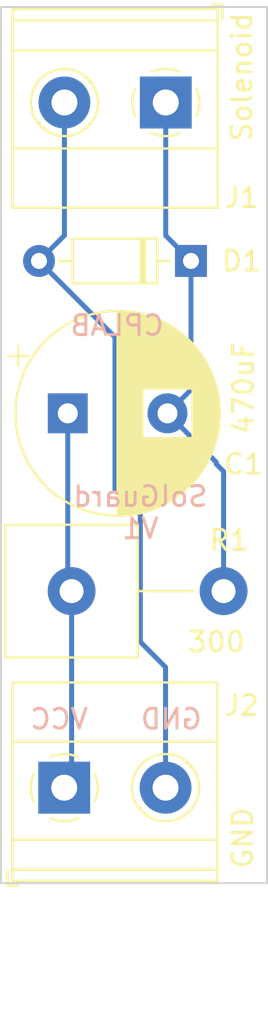
<source format=kicad_pcb>
(kicad_pcb (version 20221018) (generator pcbnew)
  (layers (0 "F.Cu" signal) (31 "B.Cu" signal) (34 "B.Paste" user) (35 "F.Paste" user) (36 "B.SilkS" user "B.Silkscreen") (37 "F.SilkS" user "F.Silkscreen") (38 "B.Mask" user) (39 "F.Mask" user) (44 "Edge.Cuts" user))
  (net 0 "")
  (net 1 "Net-(D1-K)")
  (net 2 "GND")
  (net 3 "VDC")
  (footprint "TerminalBlock_Phoenix:TerminalBlock_Phoenix_MKDS-1,5-2-5.08_1x02_P5.08mm_Horizontal" (layer "F.Cu") (at 129.535 89.84)
    (fp_text reference "J2" (at 8.895 -4.115) (layer "F.SilkS"))
    (fp_text value "Power" hide)
    (fp_line (start -2.84 4.16) (end -2.84 4.9) (stroke (width 0.12)) (layer "F.SilkS"))
    (fp_line (start -2.84 4.9) (end -2.34 4.9) (stroke (width 0.12)) (layer "F.SilkS"))
    (fp_line (start -2.6 -5.261) (end -2.6 4.66) (stroke (width 0.12)) (layer "F.SilkS"))
    (fp_line (start -2.6 -5.261) (end 7.68 -5.261) (stroke (width 0.12)) (layer "F.SilkS"))
    (fp_line (start -2.6 -2.301) (end 7.68 -2.301) (stroke (width 0.12)) (layer "F.SilkS"))
    (fp_line (start -2.6 2.6) (end 7.68 2.6) (stroke (width 0.12)) (layer "F.SilkS"))
    (fp_line (start -2.6 4.1) (end 7.68 4.1) (stroke (width 0.12)) (layer "F.SilkS"))
    (fp_line (start -2.6 4.66) (end 7.68 4.66) (stroke (width 0.12)) (layer "F.SilkS"))
    (fp_line (start 3.853 1.023) (end 3.806 1.069) (stroke (width 0.12)) (layer "F.SilkS"))
    (fp_line (start 4.046 1.239) (end 4.011 1.274) (stroke (width 0.12)) (layer "F.SilkS"))
    (fp_line (start 6.15 -1.275) (end 6.115 -1.239) (stroke (width 0.12)) (layer "F.SilkS"))
    (fp_line (start 6.355 -1.069) (end 6.308 -1.023) (stroke (width 0.12)) (layer "F.SilkS"))
    (fp_line (start 7.68 -5.261) (end 7.68 4.66) (stroke (width 0.12)) (layer "F.SilkS"))
    (fp_arc (start -1.535427 0.683042) (mid -1.680501 -0.000524) (end -1.535 -0.684) (stroke (width 0.12)) (layer "F.SilkS"))
    (fp_arc (start -0.683042 -1.535427) (mid 0.000524 -1.680501) (end 0.684 -1.535) (stroke (width 0.12)) (layer "F.SilkS"))
    (fp_arc (start 0.028805 1.680253) (mid -0.335551 1.646659) (end -0.684 1.535) (stroke (width 0.12)) (layer "F.SilkS"))
    (fp_arc (start 0.683318 1.534756) (mid 0.349292 1.643288) (end 0 1.68) (stroke (width 0.12)) (layer "F.SilkS"))
    (fp_arc (start 1.535427 -0.683042) (mid 1.680501 0.000524) (end 1.535 0.684) (stroke (width 0.12)) (layer "F.SilkS"))
    (fp_circle (center 5.08 0) (end 6.76 0) (stroke (width 0.12)) (fill none) (layer "F.SilkS"))
    (pad "1" thru_hole rect (at 0 0) (size 2.6 2.6) (drill 1.3) (layers "*.Cu" "*.Mask") (net 3 "VDC"))
    (pad "2" thru_hole circle (at 5.08 0) (size 2.6 2.6) (drill 1.3) (layers "*.Cu" "*.Mask") (net 2 "GND"))
  )
  (footprint "TerminalBlock_Phoenix:TerminalBlock_Phoenix_MKDS-1,5-2-5.08_1x02_P5.08mm_Horizontal" (layer "F.Cu") (at 134.625 55.575 180)
    (fp_text reference "J1" (at -3.805 -4.75) (layer "F.SilkS"))
    (fp_text value "Solenoid" (at -3.81 1.27 90 unlocked) (layer "F.SilkS"))
    (fp_line (start -2.84 4.16) (end -2.84 4.9) (stroke (width 0.12)) (layer "F.SilkS"))
    (fp_line (start -2.84 4.9) (end -2.34 4.9) (stroke (width 0.12)) (layer "F.SilkS"))
    (fp_line (start -2.6 -5.261) (end -2.6 4.66) (stroke (width 0.12)) (layer "F.SilkS"))
    (fp_line (start -2.6 -5.261) (end 7.68 -5.261) (stroke (width 0.12)) (layer "F.SilkS"))
    (fp_line (start -2.6 -2.301) (end 7.68 -2.301) (stroke (width 0.12)) (layer "F.SilkS"))
    (fp_line (start -2.6 2.6) (end 7.68 2.6) (stroke (width 0.12)) (layer "F.SilkS"))
    (fp_line (start -2.6 4.1) (end 7.68 4.1) (stroke (width 0.12)) (layer "F.SilkS"))
    (fp_line (start -2.6 4.66) (end 7.68 4.66) (stroke (width 0.12)) (layer "F.SilkS"))
    (fp_line (start 3.853 1.023) (end 3.806 1.069) (stroke (width 0.12)) (layer "F.SilkS"))
    (fp_line (start 4.046 1.239) (end 4.011 1.274) (stroke (width 0.12)) (layer "F.SilkS"))
    (fp_line (start 6.15 -1.275) (end 6.115 -1.239) (stroke (width 0.12)) (layer "F.SilkS"))
    (fp_line (start 6.355 -1.069) (end 6.308 -1.023) (stroke (width 0.12)) (layer "F.SilkS"))
    (fp_line (start 7.68 -5.261) (end 7.68 4.66) (stroke (width 0.12)) (layer "F.SilkS"))
    (fp_arc (start -1.535427 0.683042) (mid -1.680501 -0.000524) (end -1.535 -0.684) (stroke (width 0.12)) (layer "F.SilkS"))
    (fp_arc (start -0.683042 -1.535427) (mid 0.000524 -1.680501) (end 0.684 -1.535) (stroke (width 0.12)) (layer "F.SilkS"))
    (fp_arc (start 0.028805 1.680253) (mid -0.335551 1.646659) (end -0.684 1.535) (stroke (width 0.12)) (layer "F.SilkS"))
    (fp_arc (start 0.683318 1.534756) (mid 0.349292 1.643288) (end 0 1.68) (stroke (width 0.12)) (layer "F.SilkS"))
    (fp_arc (start 1.535427 -0.683042) (mid 1.680501 0.000524) (end 1.535 0.684) (stroke (width 0.12)) (layer "F.SilkS"))
    (fp_circle (center 5.08 0) (end 6.76 0) (stroke (width 0.12)) (fill none) (layer "F.SilkS"))
    (pad "1" thru_hole rect (at 0 0 180) (size 2.6 2.6) (drill 1.3) (layers "*.Cu" "*.Mask") (net 1 "Net-(D1-K)"))
    (pad "2" thru_hole circle (at 5.08 0 180) (size 2.6 2.6) (drill 1.3) (layers "*.Cu" "*.Mask") (net 2 "GND"))
  )
  (footprint "Resistor_THT:R_Axial_Power_L20.0mm_W6.4mm_P7.62mm_Vertical" (layer "F.Cu") (at 129.905 80.01)
    (fp_text reference "R1" (at 7.89 -2.54) (layer "F.SilkS"))
    (fp_text value "300" (at 7.255 2.54) (layer "F.SilkS"))
    (fp_line (start -3.32 -3.32) (end -3.32 3.32) (stroke (width 0.12)) (layer "F.SilkS"))
    (fp_line (start -3.32 3.32) (end 3.32 3.32) (stroke (width 0.12)) (layer "F.SilkS"))
    (fp_line (start 3.32 -3.32) (end -3.32 -3.32) (stroke (width 0.12)) (layer "F.SilkS"))
    (fp_line (start 3.32 0) (end 6.12 0) (stroke (width 0.12)) (layer "F.SilkS"))
    (fp_line (start 3.32 3.32) (end 3.32 -3.32) (stroke (width 0.12)) (layer "F.SilkS"))
    (pad "1" thru_hole circle (at 0 0) (size 2.4 2.4) (drill 1.2) (layers "*.Cu" "*.Mask") (net 3 "VDC"))
    (pad "2" thru_hole oval (at 7.62 0) (size 2.4 2.4) (drill 1.2) (layers "*.Cu" "*.Mask") (net 1 "Net-(D1-K)"))
  )
  (footprint "Diode_THT:D_DO-35_SOD27_P7.62mm_Horizontal" (layer "F.Cu") (at 135.89 63.5 180)
    (fp_text reference "D1" (at -2.54 0) (layer "F.SilkS"))
    (fp_text value "1N4149")
    (fp_line (start 1.04 0) (end 1.69 0) (stroke (width 0.12)) (layer "F.SilkS"))
    (fp_line (start 1.69 -1.12) (end 1.69 1.12) (stroke (width 0.12)) (layer "F.SilkS"))
    (fp_line (start 1.69 1.12) (end 5.93 1.12) (stroke (width 0.12)) (layer "F.SilkS"))
    (fp_line (start 2.29 -1.12) (end 2.29 1.12) (stroke (width 0.12)) (layer "F.SilkS"))
    (fp_line (start 2.41 -1.12) (end 2.41 1.12) (stroke (width 0.12)) (layer "F.SilkS"))
    (fp_line (start 2.53 -1.12) (end 2.53 1.12) (stroke (width 0.12)) (layer "F.SilkS"))
    (fp_line (start 5.93 -1.12) (end 1.69 -1.12) (stroke (width 0.12)) (layer "F.SilkS"))
    (fp_line (start 5.93 1.12) (end 5.93 -1.12) (stroke (width 0.12)) (layer "F.SilkS"))
    (fp_line (start 6.58 0) (end 5.93 0) (stroke (width 0.12)) (layer "F.SilkS"))
    (pad "1" thru_hole rect (at 0 0 180) (size 1.6 1.6) (drill 0.8) (layers "*.Cu" "*.Mask") (net 1 "Net-(D1-K)"))
    (pad "2" thru_hole oval (at 7.62 0 180) (size 1.6 1.6) (drill 0.8) (layers "*.Cu" "*.Mask") (net 2 "GND"))
  )
  (footprint "Capacitor_THT:CP_Radial_D10.0mm_P5.00mm" (layer "F.Cu") (at 129.712323 71.12)
    (fp_text reference "C1" (at 8.81 2.54) (layer "F.SilkS"))
    (fp_text value "470uF" (at 8.81 -1.27 -90) (layer "F.SilkS"))
    (fp_line (start -2.979646 -2.875) (end -1.979646 -2.875) (stroke (width 0.12)) (layer "F.SilkS"))
    (fp_line (start -2.479646 -3.375) (end -2.479646 -2.375) (stroke (width 0.12)) (layer "F.SilkS"))
    (fp_line (start 2.5 -5.08) (end 2.5 5.08) (stroke (width 0.12)) (layer "F.SilkS"))
    (fp_line (start 2.54 -5.08) (end 2.54 5.08) (stroke (width 0.12)) (layer "F.SilkS"))
    (fp_line (start 2.58 -5.08) (end 2.58 5.08) (stroke (width 0.12)) (layer "F.SilkS"))
    (fp_line (start 2.62 -5.079) (end 2.62 5.079) (stroke (width 0.12)) (layer "F.SilkS"))
    (fp_line (start 2.66 -5.078) (end 2.66 5.078) (stroke (width 0.12)) (layer "F.SilkS"))
    (fp_line (start 2.7 -5.077) (end 2.7 5.077) (stroke (width 0.12)) (layer "F.SilkS"))
    (fp_line (start 2.74 -5.075) (end 2.74 5.075) (stroke (width 0.12)) (layer "F.SilkS"))
    (fp_line (start 2.78 -5.073) (end 2.78 5.073) (stroke (width 0.12)) (layer "F.SilkS"))
    (fp_line (start 2.82 -5.07) (end 2.82 5.07) (stroke (width 0.12)) (layer "F.SilkS"))
    (fp_line (start 2.86 -5.068) (end 2.86 5.068) (stroke (width 0.12)) (layer "F.SilkS"))
    (fp_line (start 2.9 -5.065) (end 2.9 5.065) (stroke (width 0.12)) (layer "F.SilkS"))
    (fp_line (start 2.94 -5.062) (end 2.94 5.062) (stroke (width 0.12)) (layer "F.SilkS"))
    (fp_line (start 2.98 -5.058) (end 2.98 5.058) (stroke (width 0.12)) (layer "F.SilkS"))
    (fp_line (start 3.02 -5.054) (end 3.02 5.054) (stroke (width 0.12)) (layer "F.SilkS"))
    (fp_line (start 3.06 -5.05) (end 3.06 5.05) (stroke (width 0.12)) (layer "F.SilkS"))
    (fp_line (start 3.1 -5.045) (end 3.1 5.045) (stroke (width 0.12)) (layer "F.SilkS"))
    (fp_line (start 3.14 -5.04) (end 3.14 5.04) (stroke (width 0.12)) (layer "F.SilkS"))
    (fp_line (start 3.18 -5.035) (end 3.18 5.035) (stroke (width 0.12)) (layer "F.SilkS"))
    (fp_line (start 3.221 -5.03) (end 3.221 5.03) (stroke (width 0.12)) (layer "F.SilkS"))
    (fp_line (start 3.261 -5.024) (end 3.261 5.024) (stroke (width 0.12)) (layer "F.SilkS"))
    (fp_line (start 3.301 -5.018) (end 3.301 5.018) (stroke (width 0.12)) (layer "F.SilkS"))
    (fp_line (start 3.341 -5.011) (end 3.341 5.011) (stroke (width 0.12)) (layer "F.SilkS"))
    (fp_line (start 3.381 -5.004) (end 3.381 5.004) (stroke (width 0.12)) (layer "F.SilkS"))
    (fp_line (start 3.421 -4.997) (end 3.421 4.997) (stroke (width 0.12)) (layer "F.SilkS"))
    (fp_line (start 3.461 -4.99) (end 3.461 4.99) (stroke (width 0.12)) (layer "F.SilkS"))
    (fp_line (start 3.501 -4.982) (end 3.501 4.982) (stroke (width 0.12)) (layer "F.SilkS"))
    (fp_line (start 3.541 -4.974) (end 3.541 4.974) (stroke (width 0.12)) (layer "F.SilkS"))
    (fp_line (start 3.581 -4.965) (end 3.581 4.965) (stroke (width 0.12)) (layer "F.SilkS"))
    (fp_line (start 3.621 -4.956) (end 3.621 4.956) (stroke (width 0.12)) (layer "F.SilkS"))
    (fp_line (start 3.661 -4.947) (end 3.661 4.947) (stroke (width 0.12)) (layer "F.SilkS"))
    (fp_line (start 3.701 -4.938) (end 3.701 4.938) (stroke (width 0.12)) (layer "F.SilkS"))
    (fp_line (start 3.741 -4.928) (end 3.741 4.928) (stroke (width 0.12)) (layer "F.SilkS"))
    (fp_line (start 3.781 -4.918) (end 3.781 -1.241) (stroke (width 0.12)) (layer "F.SilkS"))
    (fp_line (start 3.781 1.241) (end 3.781 4.918) (stroke (width 0.12)) (layer "F.SilkS"))
    (fp_line (start 3.821 -4.907) (end 3.821 -1.241) (stroke (width 0.12)) (layer "F.SilkS"))
    (fp_line (start 3.821 1.241) (end 3.821 4.907) (stroke (width 0.12)) (layer "F.SilkS"))
    (fp_line (start 3.861 -4.897) (end 3.861 -1.241) (stroke (width 0.12)) (layer "F.SilkS"))
    (fp_line (start 3.861 1.241) (end 3.861 4.897) (stroke (width 0.12)) (layer "F.SilkS"))
    (fp_line (start 3.901 -4.885) (end 3.901 -1.241) (stroke (width 0.12)) (layer "F.SilkS"))
    (fp_line (start 3.901 1.241) (end 3.901 4.885) (stroke (width 0.12)) (layer "F.SilkS"))
    (fp_line (start 3.941 -4.874) (end 3.941 -1.241) (stroke (width 0.12)) (layer "F.SilkS"))
    (fp_line (start 3.941 1.241) (end 3.941 4.874) (stroke (width 0.12)) (layer "F.SilkS"))
    (fp_line (start 3.981 -4.862) (end 3.981 -1.241) (stroke (width 0.12)) (layer "F.SilkS"))
    (fp_line (start 3.981 1.241) (end 3.981 4.862) (stroke (width 0.12)) (layer "F.SilkS"))
    (fp_line (start 4.021 -4.85) (end 4.021 -1.241) (stroke (width 0.12)) (layer "F.SilkS"))
    (fp_line (start 4.021 1.241) (end 4.021 4.85) (stroke (width 0.12)) (layer "F.SilkS"))
    (fp_line (start 4.061 -4.837) (end 4.061 -1.241) (stroke (width 0.12)) (layer "F.SilkS"))
    (fp_line (start 4.061 1.241) (end 4.061 4.837) (stroke (width 0.12)) (layer "F.SilkS"))
    (fp_line (start 4.101 -4.824) (end 4.101 -1.241) (stroke (width 0.12)) (layer "F.SilkS"))
    (fp_line (start 4.101 1.241) (end 4.101 4.824) (stroke (width 0.12)) (layer "F.SilkS"))
    (fp_line (start 4.141 -4.811) (end 4.141 -1.241) (stroke (width 0.12)) (layer "F.SilkS"))
    (fp_line (start 4.141 1.241) (end 4.141 4.811) (stroke (width 0.12)) (layer "F.SilkS"))
    (fp_line (start 4.181 -4.797) (end 4.181 -1.241) (stroke (width 0.12)) (layer "F.SilkS"))
    (fp_line (start 4.181 1.241) (end 4.181 4.797) (stroke (width 0.12)) (layer "F.SilkS"))
    (fp_line (start 4.221 -4.783) (end 4.221 -1.241) (stroke (width 0.12)) (layer "F.SilkS"))
    (fp_line (start 4.221 1.241) (end 4.221 4.783) (stroke (width 0.12)) (layer "F.SilkS"))
    (fp_line (start 4.261 -4.768) (end 4.261 -1.241) (stroke (width 0.12)) (layer "F.SilkS"))
    (fp_line (start 4.261 1.241) (end 4.261 4.768) (stroke (width 0.12)) (layer "F.SilkS"))
    (fp_line (start 4.301 -4.754) (end 4.301 -1.241) (stroke (width 0.12)) (layer "F.SilkS"))
    (fp_line (start 4.301 1.241) (end 4.301 4.754) (stroke (width 0.12)) (layer "F.SilkS"))
    (fp_line (start 4.341 -4.738) (end 4.341 -1.241) (stroke (width 0.12)) (layer "F.SilkS"))
    (fp_line (start 4.341 1.241) (end 4.341 4.738) (stroke (width 0.12)) (layer "F.SilkS"))
    (fp_line (start 4.381 -4.723) (end 4.381 -1.241) (stroke (width 0.12)) (layer "F.SilkS"))
    (fp_line (start 4.381 1.241) (end 4.381 4.723) (stroke (width 0.12)) (layer "F.SilkS"))
    (fp_line (start 4.421 -4.707) (end 4.421 -1.241) (stroke (width 0.12)) (layer "F.SilkS"))
    (fp_line (start 4.421 1.241) (end 4.421 4.707) (stroke (width 0.12)) (layer "F.SilkS"))
    (fp_line (start 4.461 -4.69) (end 4.461 -1.241) (stroke (width 0.12)) (layer "F.SilkS"))
    (fp_line (start 4.461 1.241) (end 4.461 4.69) (stroke (width 0.12)) (layer "F.SilkS"))
    (fp_line (start 4.501 -4.674) (end 4.501 -1.241) (stroke (width 0.12)) (layer "F.SilkS"))
    (fp_line (start 4.501 1.241) (end 4.501 4.674) (stroke (width 0.12)) (layer "F.SilkS"))
    (fp_line (start 4.541 -4.657) (end 4.541 -1.241) (stroke (width 0.12)) (layer "F.SilkS"))
    (fp_line (start 4.541 1.241) (end 4.541 4.657) (stroke (width 0.12)) (layer "F.SilkS"))
    (fp_line (start 4.581 -4.639) (end 4.581 -1.241) (stroke (width 0.12)) (layer "F.SilkS"))
    (fp_line (start 4.581 1.241) (end 4.581 4.639) (stroke (width 0.12)) (layer "F.SilkS"))
    (fp_line (start 4.621 -4.621) (end 4.621 -1.241) (stroke (width 0.12)) (layer "F.SilkS"))
    (fp_line (start 4.621 1.241) (end 4.621 4.621) (stroke (width 0.12)) (layer "F.SilkS"))
    (fp_line (start 4.661 -4.603) (end 4.661 -1.241) (stroke (width 0.12)) (layer "F.SilkS"))
    (fp_line (start 4.661 1.241) (end 4.661 4.603) (stroke (width 0.12)) (layer "F.SilkS"))
    (fp_line (start 4.701 -4.584) (end 4.701 -1.241) (stroke (width 0.12)) (layer "F.SilkS"))
    (fp_line (start 4.701 1.241) (end 4.701 4.584) (stroke (width 0.12)) (layer "F.SilkS"))
    (fp_line (start 4.741 -4.564) (end 4.741 -1.241) (stroke (width 0.12)) (layer "F.SilkS"))
    (fp_line (start 4.741 1.241) (end 4.741 4.564) (stroke (width 0.12)) (layer "F.SilkS"))
    (fp_line (start 4.781 -4.545) (end 4.781 -1.241) (stroke (width 0.12)) (layer "F.SilkS"))
    (fp_line (start 4.781 1.241) (end 4.781 4.545) (stroke (width 0.12)) (layer "F.SilkS"))
    (fp_line (start 4.821 -4.525) (end 4.821 -1.241) (stroke (width 0.12)) (layer "F.SilkS"))
    (fp_line (start 4.821 1.241) (end 4.821 4.525) (stroke (width 0.12)) (layer "F.SilkS"))
    (fp_line (start 4.861 -4.504) (end 4.861 -1.241) (stroke (width 0.12)) (layer "F.SilkS"))
    (fp_line (start 4.861 1.241) (end 4.861 4.504) (stroke (width 0.12)) (layer "F.SilkS"))
    (fp_line (start 4.901 -4.483) (end 4.901 -1.241) (stroke (width 0.12)) (layer "F.SilkS"))
    (fp_line (start 4.901 1.241) (end 4.901 4.483) (stroke (width 0.12)) (layer "F.SilkS"))
    (fp_line (start 4.941 -4.462) (end 4.941 -1.241) (stroke (width 0.12)) (layer "F.SilkS"))
    (fp_line (start 4.941 1.241) (end 4.941 4.462) (stroke (width 0.12)) (layer "F.SilkS"))
    (fp_line (start 4.981 -4.44) (end 4.981 -1.241) (stroke (width 0.12)) (layer "F.SilkS"))
    (fp_line (start 4.981 1.241) (end 4.981 4.44) (stroke (width 0.12)) (layer "F.SilkS"))
    (fp_line (start 5.021 -4.417) (end 5.021 -1.241) (stroke (width 0.12)) (layer "F.SilkS"))
    (fp_line (start 5.021 1.241) (end 5.021 4.417) (stroke (width 0.12)) (layer "F.SilkS"))
    (fp_line (start 5.061 -4.395) (end 5.061 -1.241) (stroke (width 0.12)) (layer "F.SilkS"))
    (fp_line (start 5.061 1.241) (end 5.061 4.395) (stroke (width 0.12)) (layer "F.SilkS"))
    (fp_line (start 5.101 -4.371) (end 5.101 -1.241) (stroke (width 0.12)) (layer "F.SilkS"))
    (fp_line (start 5.101 1.241) (end 5.101 4.371) (stroke (width 0.12)) (layer "F.SilkS"))
    (fp_line (start 5.141 -4.347) (end 5.141 -1.241) (stroke (width 0.12)) (layer "F.SilkS"))
    (fp_line (start 5.141 1.241) (end 5.141 4.347) (stroke (width 0.12)) (layer "F.SilkS"))
    (fp_line (start 5.181 -4.323) (end 5.181 -1.241) (stroke (width 0.12)) (layer "F.SilkS"))
    (fp_line (start 5.181 1.241) (end 5.181 4.323) (stroke (width 0.12)) (layer "F.SilkS"))
    (fp_line (start 5.221 -4.298) (end 5.221 -1.241) (stroke (width 0.12)) (layer "F.SilkS"))
    (fp_line (start 5.221 1.241) (end 5.221 4.298) (stroke (width 0.12)) (layer "F.SilkS"))
    (fp_line (start 5.261 -4.273) (end 5.261 -1.241) (stroke (width 0.12)) (layer "F.SilkS"))
    (fp_line (start 5.261 1.241) (end 5.261 4.273) (stroke (width 0.12)) (layer "F.SilkS"))
    (fp_line (start 5.301 -4.247) (end 5.301 -1.241) (stroke (width 0.12)) (layer "F.SilkS"))
    (fp_line (start 5.301 1.241) (end 5.301 4.247) (stroke (width 0.12)) (layer "F.SilkS"))
    (fp_line (start 5.341 -4.221) (end 5.341 -1.241) (stroke (width 0.12)) (layer "F.SilkS"))
    (fp_line (start 5.341 1.241) (end 5.341 4.221) (stroke (width 0.12)) (layer "F.SilkS"))
    (fp_line (start 5.381 -4.194) (end 5.381 -1.241) (stroke (width 0.12)) (layer "F.SilkS"))
    (fp_line (start 5.381 1.241) (end 5.381 4.194) (stroke (width 0.12)) (layer "F.SilkS"))
    (fp_line (start 5.421 -4.166) (end 5.421 -1.241) (stroke (width 0.12)) (layer "F.SilkS"))
    (fp_line (start 5.421 1.241) (end 5.421 4.166) (stroke (width 0.12)) (layer "F.SilkS"))
    (fp_line (start 5.461 -4.138) (end 5.461 -1.241) (stroke (width 0.12)) (layer "F.SilkS"))
    (fp_line (start 5.461 1.241) (end 5.461 4.138) (stroke (width 0.12)) (layer "F.SilkS"))
    (fp_line (start 5.501 -4.11) (end 5.501 -1.241) (stroke (width 0.12)) (layer "F.SilkS"))
    (fp_line (start 5.501 1.241) (end 5.501 4.11) (stroke (width 0.12)) (layer "F.SilkS"))
    (fp_line (start 5.541 -4.08) (end 5.541 -1.241) (stroke (width 0.12)) (layer "F.SilkS"))
    (fp_line (start 5.541 1.241) (end 5.541 4.08) (stroke (width 0.12)) (layer "F.SilkS"))
    (fp_line (start 5.581 -4.05) (end 5.581 -1.241) (stroke (width 0.12)) (layer "F.SilkS"))
    (fp_line (start 5.581 1.241) (end 5.581 4.05) (stroke (width 0.12)) (layer "F.SilkS"))
    (fp_line (start 5.621 -4.02) (end 5.621 -1.241) (stroke (width 0.12)) (layer "F.SilkS"))
    (fp_line (start 5.621 1.241) (end 5.621 4.02) (stroke (width 0.12)) (layer "F.SilkS"))
    (fp_line (start 5.661 -3.989) (end 5.661 -1.241) (stroke (width 0.12)) (layer "F.SilkS"))
    (fp_line (start 5.661 1.241) (end 5.661 3.989) (stroke (width 0.12)) (layer "F.SilkS"))
    (fp_line (start 5.701 -3.957) (end 5.701 -1.241) (stroke (width 0.12)) (layer "F.SilkS"))
    (fp_line (start 5.701 1.241) (end 5.701 3.957) (stroke (width 0.12)) (layer "F.SilkS"))
    (fp_line (start 5.741 -3.925) (end 5.741 -1.241) (stroke (width 0.12)) (layer "F.SilkS"))
    (fp_line (start 5.741 1.241) (end 5.741 3.925) (stroke (width 0.12)) (layer "F.SilkS"))
    (fp_line (start 5.781 -3.892) (end 5.781 -1.241) (stroke (width 0.12)) (layer "F.SilkS"))
    (fp_line (start 5.781 1.241) (end 5.781 3.892) (stroke (width 0.12)) (layer "F.SilkS"))
    (fp_line (start 5.821 -3.858) (end 5.821 -1.241) (stroke (width 0.12)) (layer "F.SilkS"))
    (fp_line (start 5.821 1.241) (end 5.821 3.858) (stroke (width 0.12)) (layer "F.SilkS"))
    (fp_line (start 5.861 -3.824) (end 5.861 -1.241) (stroke (width 0.12)) (layer "F.SilkS"))
    (fp_line (start 5.861 1.241) (end 5.861 3.824) (stroke (width 0.12)) (layer "F.SilkS"))
    (fp_line (start 5.901 -3.789) (end 5.901 -1.241) (stroke (width 0.12)) (layer "F.SilkS"))
    (fp_line (start 5.901 1.241) (end 5.901 3.789) (stroke (width 0.12)) (layer "F.SilkS"))
    (fp_line (start 5.941 -3.753) (end 5.941 -1.241) (stroke (width 0.12)) (layer "F.SilkS"))
    (fp_line (start 5.941 1.241) (end 5.941 3.753) (stroke (width 0.12)) (layer "F.SilkS"))
    (fp_line (start 5.981 -3.716) (end 5.981 -1.241) (stroke (width 0.12)) (layer "F.SilkS"))
    (fp_line (start 5.981 1.241) (end 5.981 3.716) (stroke (width 0.12)) (layer "F.SilkS"))
    (fp_line (start 6.021 -3.679) (end 6.021 -1.241) (stroke (width 0.12)) (layer "F.SilkS"))
    (fp_line (start 6.021 1.241) (end 6.021 3.679) (stroke (width 0.12)) (layer "F.SilkS"))
    (fp_line (start 6.061 -3.64) (end 6.061 -1.241) (stroke (width 0.12)) (layer "F.SilkS"))
    (fp_line (start 6.061 1.241) (end 6.061 3.64) (stroke (width 0.12)) (layer "F.SilkS"))
    (fp_line (start 6.101 -3.601) (end 6.101 -1.241) (stroke (width 0.12)) (layer "F.SilkS"))
    (fp_line (start 6.101 1.241) (end 6.101 3.601) (stroke (width 0.12)) (layer "F.SilkS"))
    (fp_line (start 6.141 -3.561) (end 6.141 -1.241) (stroke (width 0.12)) (layer "F.SilkS"))
    (fp_line (start 6.141 1.241) (end 6.141 3.561) (stroke (width 0.12)) (layer "F.SilkS"))
    (fp_line (start 6.181 -3.52) (end 6.181 -1.241) (stroke (width 0.12)) (layer "F.SilkS"))
    (fp_line (start 6.181 1.241) (end 6.181 3.52) (stroke (width 0.12)) (layer "F.SilkS"))
    (fp_line (start 6.221 -3.478) (end 6.221 -1.241) (stroke (width 0.12)) (layer "F.SilkS"))
    (fp_line (start 6.221 1.241) (end 6.221 3.478) (stroke (width 0.12)) (layer "F.SilkS"))
    (fp_line (start 6.261 -3.436) (end 6.261 3.436) (stroke (width 0.12)) (layer "F.SilkS"))
    (fp_line (start 6.301 -3.392) (end 6.301 3.392) (stroke (width 0.12)) (layer "F.SilkS"))
    (fp_line (start 6.341 -3.347) (end 6.341 3.347) (stroke (width 0.12)) (layer "F.SilkS"))
    (fp_line (start 6.381 -3.301) (end 6.381 3.301) (stroke (width 0.12)) (layer "F.SilkS"))
    (fp_line (start 6.421 -3.254) (end 6.421 3.254) (stroke (width 0.12)) (layer "F.SilkS"))
    (fp_line (start 6.461 -3.206) (end 6.461 3.206) (stroke (width 0.12)) (layer "F.SilkS"))
    (fp_line (start 6.501 -3.156) (end 6.501 3.156) (stroke (width 0.12)) (layer "F.SilkS"))
    (fp_line (start 6.541 -3.106) (end 6.541 3.106) (stroke (width 0.12)) (layer "F.SilkS"))
    (fp_line (start 6.581 -3.054) (end 6.581 3.054) (stroke (width 0.12)) (layer "F.SilkS"))
    (fp_line (start 6.621 -3) (end 6.621 3) (stroke (width 0.12)) (layer "F.SilkS"))
    (fp_line (start 6.661 -2.945) (end 6.661 2.945) (stroke (width 0.12)) (layer "F.SilkS"))
    (fp_line (start 6.701 -2.889) (end 6.701 2.889) (stroke (width 0.12)) (layer "F.SilkS"))
    (fp_line (start 6.741 -2.83) (end 6.741 2.83) (stroke (width 0.12)) (layer "F.SilkS"))
    (fp_line (start 6.781 -2.77) (end 6.781 2.77) (stroke (width 0.12)) (layer "F.SilkS"))
    (fp_line (start 6.821 -2.709) (end 6.821 2.709) (stroke (width 0.12)) (layer "F.SilkS"))
    (fp_line (start 6.861 -2.645) (end 6.861 2.645) (stroke (width 0.12)) (layer "F.SilkS"))
    (fp_line (start 6.901 -2.579) (end 6.901 2.579) (stroke (width 0.12)) (layer "F.SilkS"))
    (fp_line (start 6.941 -2.51) (end 6.941 2.51) (stroke (width 0.12)) (layer "F.SilkS"))
    (fp_line (start 6.981 -2.439) (end 6.981 2.439) (stroke (width 0.12)) (layer "F.SilkS"))
    (fp_line (start 7.021 -2.365) (end 7.021 2.365) (stroke (width 0.12)) (layer "F.SilkS"))
    (fp_line (start 7.061 -2.289) (end 7.061 2.289) (stroke (width 0.12)) (layer "F.SilkS"))
    (fp_line (start 7.101 -2.209) (end 7.101 2.209) (stroke (width 0.12)) (layer "F.SilkS"))
    (fp_line (start 7.141 -2.125) (end 7.141 2.125) (stroke (width 0.12)) (layer "F.SilkS"))
    (fp_line (start 7.181 -2.037) (end 7.181 2.037) (stroke (width 0.12)) (layer "F.SilkS"))
    (fp_line (start 7.221 -1.944) (end 7.221 1.944) (stroke (width 0.12)) (layer "F.SilkS"))
    (fp_line (start 7.261 -1.846) (end 7.261 1.846) (stroke (width 0.12)) (layer "F.SilkS"))
    (fp_line (start 7.301 -1.742) (end 7.301 1.742) (stroke (width 0.12)) (layer "F.SilkS"))
    (fp_line (start 7.341 -1.63) (end 7.341 1.63) (stroke (width 0.12)) (layer "F.SilkS"))
    (fp_line (start 7.381 -1.51) (end 7.381 1.51) (stroke (width 0.12)) (layer "F.SilkS"))
    (fp_line (start 7.421 -1.378) (end 7.421 1.378) (stroke (width 0.12)) (layer "F.SilkS"))
    (fp_line (start 7.461 -1.23) (end 7.461 1.23) (stroke (width 0.12)) (layer "F.SilkS"))
    (fp_line (start 7.501 -1.062) (end 7.501 1.062) (stroke (width 0.12)) (layer "F.SilkS"))
    (fp_line (start 7.541 -0.862) (end 7.541 0.862) (stroke (width 0.12)) (layer "F.SilkS"))
    (fp_line (start 7.581 -0.599) (end 7.581 0.599) (stroke (width 0.12)) (layer "F.SilkS"))
    (fp_circle (center 2.5 0) (end 7.62 0) (stroke (width 0.12)) (fill none) (layer "F.SilkS"))
    (pad "1" thru_hole rect (at 0 0) (size 2 2) (drill 1) (layers "*.Cu" "*.Mask") (net 3 "VDC"))
    (pad "2" thru_hole circle (at 5 0) (size 2 2) (drill 1) (layers "*.Cu" "*.Mask") (net 1 "Net-(D1-K)"))
  )
  (gr_rect (start 126.365 50.8) (end 139.7 94.615) (stroke (width 0.1)) (fill none) (layer "Edge.Cuts"))
  (gr_text "SolGuard\nV1" (at 133.35 77.47) (layer "B.SilkS") (effects (font (size 1 1)) (justify bottom mirror)))
  (gr_text "VCC" (at 130.81 86.995) (layer "B.SilkS") (effects (font (size 1 1)) (justify left bottom mirror)))
  (gr_text "CPLAB" (at 134.62 67.31) (layer "B.SilkS") (effects (font (size 1 1)) (justify left bottom mirror)))
  (gr_text "GND" (at 136.525 86.995) (layer "B.SilkS") (effects (font (size 1 1)) (justify left bottom mirror)))
  (gr_text "GND" (at 139.065 93.98 90) (layer "F.SilkS") (effects (font (size 1 1)) (justify left bottom)))
  (segment (start 135.89 63.5) (end 135.89 69.942323) (width 0.25) (layer "B.Cu") (net 1))
  (segment (start 137.525 74.025) (end 137.525 80.01) (width 0.25) (layer "B.Cu") (net 1))
  (segment (start 137.16 73.66) (end 137.525 74.025) (width 0.25) (layer "B.Cu") (net 1))
  (segment (start 137.16 73.567677) (end 137.16 73.66) (width 0.25) (layer "B.Cu") (net 1))
  (segment (start 135.89 69.942323) (end 134.712323 71.12) (width 0.25) (layer "B.Cu") (net 1))
  (segment (start 134.625 62.235) (end 135.89 63.5) (width 0.25) (layer "B.Cu") (net 1))
  (segment (start 134.712323 71.12) (end 137.16 73.567677) (width 0.25) (layer "B.Cu") (net 1))
  (segment (start 134.625 55.575) (end 134.625 62.235) (width 0.25) (layer "B.Cu") (net 1))
  (segment (start 132.08 67.31) (end 128.27 63.5) (width 0.25) (layer "B.Cu") (net 2))
  (segment (start 133.35 82.55) (end 133.35 76.2) (width 0.25) (layer "B.Cu") (net 2))
  (segment (start 132.08 74.93) (end 132.08 67.31) (width 0.25) (layer "B.Cu") (net 2))
  (segment (start 129.545 55.575) (end 129.545 62.225) (width 0.25) (layer "B.Cu") (net 2))
  (segment (start 133.35 76.2) (end 132.08 74.93) (width 0.25) (layer "B.Cu") (net 2))
  (segment (start 129.545 62.225) (end 128.27 63.5) (width 0.25) (layer "B.Cu") (net 2))
  (segment (start 134.615 83.815) (end 133.35 82.55) (width 0.25) (layer "B.Cu") (net 2))
  (segment (start 134.615 89.84) (end 134.615 83.815) (width 0.25) (layer "B.Cu") (net 2))
  (segment (start 129.905 80.01) (end 129.905 89.47) (width 0.25) (layer "B.Cu") (net 3))
  (segment (start 129.712323 79.817323) (end 129.905 80.01) (width 0.25) (layer "B.Cu") (net 3))
  (segment (start 129.712323 71.12) (end 129.712323 79.817323) (width 0.25) (layer "B.Cu") (net 3))
  (segment (start 129.905 89.47) (end 129.535 89.84) (width 0.25) (layer "B.Cu") (net 3))
)
</source>
